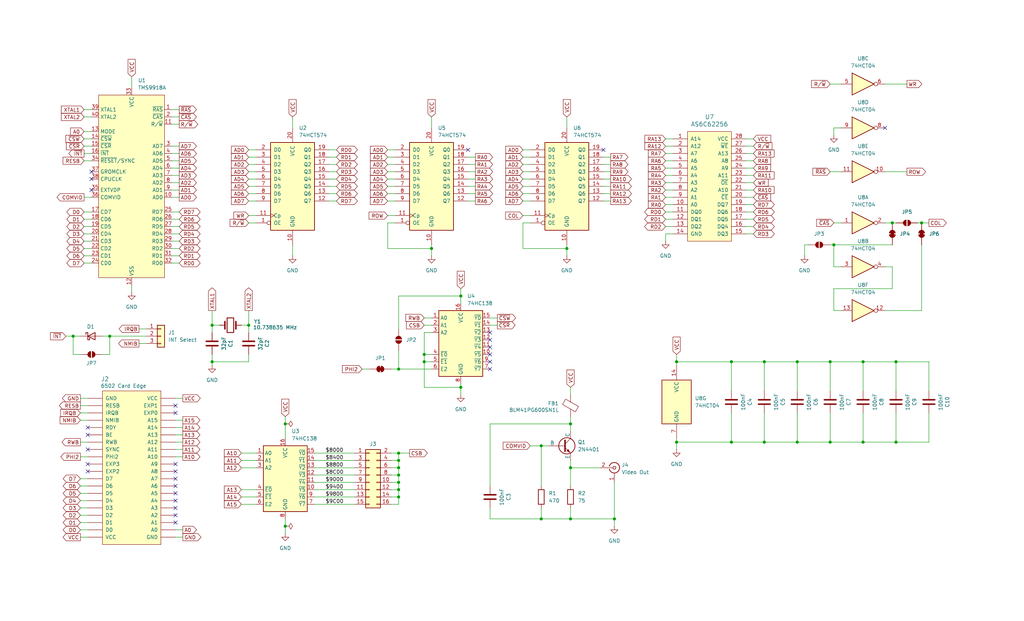
<source format=kicad_sch>
(kicad_sch (version 20250114) (generator "eeschema") (generator_version "9.0")
  (paper "USLegal")
  (title_block (title "6502 Video Card") (date "2024-07-08") (rev "1.0") (company "A.C. Wright Design"))
  (junction (at 147.32 123.19))
  (junction (at 254 153.67))
  (junction (at 265.43 153.67))
  (junction (at 311.15 125.73))
  (junction (at 138.43 165.1))
  (junction (at 276.86 125.73))
  (junction (at 149.86 86.36))
  (junction (at 99.06 147.32))
  (junction (at 138.43 128.27))
  (junction (at 309.88 77.47))
  (junction (at 198.12 180.34))
  (junction (at 276.86 153.67))
  (junction (at 289.56 85.09))
  (junction (at 147.32 125.73))
  (junction (at 187.96 180.34))
  (junction (at 198.12 162.56))
  (junction (at 320.04 77.47))
  (junction (at 138.43 170.18))
  (junction (at 288.29 153.67))
  (junction (at 73.66 125.73))
  (junction (at 86.36 113.03))
  (junction (at 234.95 153.67))
  (junction (at 254 125.73))
  (junction (at 138.43 167.64))
  (junction (at 311.15 153.67))
  (junction (at 198.12 147.32))
  (junction (at 288.29 125.73))
  (junction (at 196.85 86.36))
  (junction (at 299.72 125.73))
  (junction (at 299.72 153.67))
  (junction (at 265.43 125.73))
  (junction (at 138.43 172.72))
  (junction (at 160.02 134.62))
  (junction (at 160.02 102.87))
  (junction (at 234.95 125.73))
  (junction (at 25.4 116.84))
  (junction (at 73.66 113.03))
  (junction (at 187.96 154.94))
  (junction (at 38.1 116.84))
  (junction (at 138.43 162.56))
  (junction (at 213.36 180.34))
  (junction (at 138.43 160.02))
  (junction (at 138.43 157.48))
  (junction (at 99.06 182.88))
  (no_connect (at 31.75 59.69))
  (no_connect (at 60.96 179.07))
  (no_connect (at 162.56 52.07))
  (no_connect (at 170.18 118.11))
  (no_connect (at 60.96 163.83))
  (no_connect (at 30.48 163.83))
  (no_connect (at 30.48 151.13))
  (no_connect (at 30.48 148.59))
  (no_connect (at 60.96 166.37))
  (no_connect (at 60.96 173.99))
  (no_connect (at 60.96 168.91))
  (no_connect (at 31.75 66.04))
  (no_connect (at 170.18 120.65))
  (no_connect (at 30.48 156.21))
  (no_connect (at 307.34 44.45))
  (no_connect (at 170.18 125.73))
  (no_connect (at 60.96 181.61))
  (no_connect (at 60.96 176.53))
  (no_connect (at 170.18 123.19))
  (no_connect (at 170.18 115.57))
  (no_connect (at 30.48 161.29))
  (no_connect (at 209.55 52.07))
  (no_connect (at 60.96 143.51))
  (no_connect (at 60.96 140.97))
  (no_connect (at 170.18 128.27))
  (no_connect (at 60.96 171.45))
  (no_connect (at 31.75 62.23))
  (no_connect (at 60.96 161.29))
  (wire (pts (xy 134.62 74.93) (xy 137.16 74.93)))
  (wire (pts (xy 29.21 68.58) (xy 31.75 68.58)))
  (wire (pts (xy 307.34 77.47) (xy 309.88 77.47)))
  (wire (pts (xy 59.69 86.36) (xy 62.23 86.36)))
  (wire (pts (xy 162.56 67.31) (xy 165.1 67.31)))
  (wire (pts (xy 138.43 165.1) (xy 138.43 162.56)))
  (wire (pts (xy 209.55 59.69) (xy 212.09 59.69)))
  (wire (pts (xy 29.21 48.26) (xy 31.75 48.26)))
  (wire (pts (xy 59.69 66.04) (xy 62.23 66.04)))
  (wire (pts (xy 59.69 43.18) (xy 62.23 43.18)))
  (wire (pts (xy 109.22 175.26) (xy 123.19 175.26)))
  (wire (pts (xy 209.55 69.85) (xy 212.09 69.85)))
  (wire (pts (xy 114.3 67.31) (xy 116.84 67.31)))
  (wire (pts (xy 147.32 113.03) (xy 149.86 113.03)))
  (wire (pts (xy 231.14 68.58) (xy 233.68 68.58)))
  (wire (pts (xy 162.56 62.23) (xy 165.1 62.23)))
  (wire (pts (xy 149.86 40.64) (xy 149.86 44.45)))
  (wire (pts (xy 289.56 92.71) (xy 292.1 92.71)))
  (wire (pts (xy 59.69 53.34) (xy 62.23 53.34)))
  (wire (pts (xy 198.12 176.53) (xy 198.12 180.34)))
  (wire (pts (xy 276.86 153.67) (xy 265.43 153.67)))
  (wire (pts (xy 138.43 175.26) (xy 138.43 172.72)))
  (wire (pts (xy 83.82 160.02) (xy 88.9 160.02)))
  (wire (pts (xy 125.73 128.27) (xy 128.27 128.27)))
  (wire (pts (xy 149.86 86.36) (xy 149.86 88.9)))
  (wire (pts (xy 289.56 77.47) (xy 292.1 77.47)))
  (wire (pts (xy 160.02 102.87) (xy 160.02 105.41)))
  (wire (pts (xy 292.1 44.45) (xy 289.56 44.45)))
  (wire (pts (xy 27.94 184.15) (xy 30.48 184.15)))
  (wire (pts (xy 27.94 171.45) (xy 30.48 171.45)))
  (wire (pts (xy 101.6 40.64) (xy 101.6 44.45)))
  (wire (pts (xy 234.95 152.4) (xy 234.95 153.67)))
  (wire (pts (xy 322.58 143.51) (xy 322.58 153.67)))
  (wire (pts (xy 181.61 77.47) (xy 181.61 86.36)))
  (wire (pts (xy 86.36 113.03) (xy 86.36 115.57)))
  (wire (pts (xy 86.36 67.31) (xy 88.9 67.31)))
  (wire (pts (xy 60.96 153.67) (xy 63.5 153.67)))
  (wire (pts (xy 60.96 148.59) (xy 63.5 148.59)))
  (wire (pts (xy 138.43 128.27) (xy 149.86 128.27)))
  (wire (pts (xy 149.86 123.19) (xy 147.32 123.19)))
  (wire (pts (xy 289.56 107.95) (xy 292.1 107.95)))
  (wire (pts (xy 299.72 125.73) (xy 288.29 125.73)))
  (wire (pts (xy 279.4 85.09) (xy 279.4 88.9)))
  (wire (pts (xy 22.86 116.84) (xy 25.4 116.84)))
  (wire (pts (xy 288.29 125.73) (xy 288.29 135.89)))
  (wire (pts (xy 181.61 74.93) (xy 184.15 74.93)))
  (wire (pts (xy 311.15 143.51) (xy 311.15 153.67)))
  (wire (pts (xy 138.43 167.64) (xy 138.43 165.1)))
  (wire (pts (xy 160.02 100.33) (xy 160.02 102.87)))
  (wire (pts (xy 147.32 115.57) (xy 147.32 123.19)))
  (wire (pts (xy 29.21 45.72) (xy 31.75 45.72)))
  (wire (pts (xy 99.06 182.88) (xy 99.06 185.42)))
  (wire (pts (xy 309.88 92.71) (xy 309.88 100.33)))
  (wire (pts (xy 86.36 64.77) (xy 88.9 64.77)))
  (wire (pts (xy 134.62 59.69) (xy 137.16 59.69)))
  (wire (pts (xy 265.43 125.73) (xy 265.43 135.89)))
  (wire (pts (xy 299.72 153.67) (xy 311.15 153.67)))
  (wire (pts (xy 170.18 113.03) (xy 172.72 113.03)))
  (wire (pts (xy 59.69 63.5) (xy 62.23 63.5)))
  (wire (pts (xy 73.66 123.19) (xy 73.66 125.73)))
  (wire (pts (xy 162.56 54.61) (xy 165.1 54.61)))
  (wire (pts (xy 109.22 157.48) (xy 123.19 157.48)))
  (wire (pts (xy 73.66 107.95) (xy 73.66 113.03)))
  (wire (pts (xy 181.61 62.23) (xy 184.15 62.23)))
  (wire (pts (xy 109.22 160.02) (xy 123.19 160.02)))
  (wire (pts (xy 181.61 59.69) (xy 184.15 59.69)))
  (wire (pts (xy 209.55 57.15) (xy 212.09 57.15)))
  (wire (pts (xy 114.3 57.15) (xy 116.84 57.15)))
  (wire (pts (xy 138.43 170.18) (xy 138.43 167.64)))
  (wire (pts (xy 73.66 125.73) (xy 73.66 127)))
  (wire (pts (xy 187.96 154.94) (xy 187.96 168.91)))
  (wire (pts (xy 27.94 168.91) (xy 30.48 168.91)))
  (wire (pts (xy 209.55 62.23) (xy 212.09 62.23)))
  (wire (pts (xy 59.69 91.44) (xy 62.23 91.44)))
  (wire (pts (xy 29.21 73.66) (xy 31.75 73.66)))
  (wire (pts (xy 27.94 176.53) (xy 30.48 176.53)))
  (wire (pts (xy 259.08 63.5) (xy 261.62 63.5)))
  (wire (pts (xy 259.08 71.12) (xy 261.62 71.12)))
  (wire (pts (xy 134.62 86.36) (xy 149.86 86.36)))
  (wire (pts (xy 233.68 81.28) (xy 231.14 81.28)))
  (wire (pts (xy 138.43 157.48) (xy 142.24 157.48)))
  (wire (pts (xy 29.21 55.88) (xy 31.75 55.88)))
  (wire (pts (xy 198.12 134.62) (xy 198.12 137.16)))
  (wire (pts (xy 209.55 64.77) (xy 212.09 64.77)))
  (wire (pts (xy 184.15 77.47) (xy 181.61 77.47)))
  (wire (pts (xy 309.88 77.47) (xy 311.15 77.47)))
  (wire (pts (xy 59.69 40.64) (xy 62.23 40.64)))
  (wire (pts (xy 29.21 88.9) (xy 31.75 88.9)))
  (wire (pts (xy 254 153.67) (xy 234.95 153.67)))
  (wire (pts (xy 86.36 74.93) (xy 88.9 74.93)))
  (wire (pts (xy 234.95 125.73) (xy 234.95 127)))
  (wire (pts (xy 170.18 168.91) (xy 170.18 147.32)))
  (wire (pts (xy 109.22 167.64) (xy 123.19 167.64)))
  (wire (pts (xy 265.43 153.67) (xy 254 153.67)))
  (wire (pts (xy 198.12 180.34) (xy 213.36 180.34)))
  (wire (pts (xy 134.62 52.07) (xy 137.16 52.07)))
  (wire (pts (xy 27.94 173.99) (xy 30.48 173.99)))
  (wire (pts (xy 234.95 123.19) (xy 234.95 125.73)))
  (wire (pts (xy 59.69 58.42) (xy 62.23 58.42)))
  (wire (pts (xy 149.86 85.09) (xy 149.86 86.36)))
  (wire (pts (xy 114.3 64.77) (xy 116.84 64.77)))
  (wire (pts (xy 59.69 38.1) (xy 62.23 38.1)))
  (wire (pts (xy 29.21 78.74) (xy 31.75 78.74)))
  (wire (pts (xy 60.96 184.15) (xy 63.5 184.15)))
  (wire (pts (xy 254 125.73) (xy 234.95 125.73)))
  (wire (pts (xy 114.3 69.85) (xy 116.84 69.85)))
  (wire (pts (xy 73.66 113.03) (xy 73.66 115.57)))
  (wire (pts (xy 181.61 52.07) (xy 184.15 52.07)))
  (wire (pts (xy 231.14 63.5) (xy 233.68 63.5)))
  (wire (pts (xy 196.85 86.36) (xy 196.85 88.9)))
  (wire (pts (xy 259.08 66.04) (xy 261.62 66.04)))
  (wire (pts (xy 60.96 138.43) (xy 63.5 138.43)))
  (wire (pts (xy 86.36 125.73) (xy 86.36 123.19)))
  (wire (pts (xy 231.14 66.04) (xy 233.68 66.04)))
  (wire (pts (xy 147.32 125.73) (xy 147.32 134.62)))
  (wire (pts (xy 48.26 119.38) (xy 50.8 119.38)))
  (wire (pts (xy 138.43 162.56) (xy 138.43 160.02)))
  (wire (pts (xy 59.69 60.96) (xy 62.23 60.96)))
  (wire (pts (xy 27.94 138.43) (xy 30.48 138.43)))
  (wire (pts (xy 198.12 162.56) (xy 208.28 162.56)))
  (wire (pts (xy 27.94 143.51) (xy 30.48 143.51)))
  (wire (pts (xy 135.89 157.48) (xy 138.43 157.48)))
  (wire (pts (xy 45.72 99.06) (xy 45.72 101.6)))
  (wire (pts (xy 162.56 57.15) (xy 165.1 57.15)))
  (wire (pts (xy 27.94 140.97) (xy 30.48 140.97)))
  (wire (pts (xy 114.3 62.23) (xy 116.84 62.23)))
  (wire (pts (xy 86.36 57.15) (xy 88.9 57.15)))
  (wire (pts (xy 276.86 125.73) (xy 265.43 125.73)))
  (wire (pts (xy 137.16 77.47) (xy 134.62 77.47)))
  (wire (pts (xy 279.4 85.09) (xy 280.67 85.09)))
  (wire (pts (xy 99.06 147.32) (xy 99.06 144.78)))
  (wire (pts (xy 134.62 57.15) (xy 137.16 57.15)))
  (wire (pts (xy 134.62 62.23) (xy 137.16 62.23)))
  (wire (pts (xy 259.08 55.88) (xy 261.62 55.88)))
  (wire (pts (xy 288.29 29.21) (xy 292.1 29.21)))
  (wire (pts (xy 181.61 57.15) (xy 184.15 57.15)))
  (wire (pts (xy 259.08 81.28) (xy 261.62 81.28)))
  (wire (pts (xy 162.56 64.77) (xy 165.1 64.77)))
  (wire (pts (xy 27.94 186.69) (xy 30.48 186.69)))
  (wire (pts (xy 259.08 48.26) (xy 261.62 48.26)))
  (wire (pts (xy 59.69 76.2) (xy 62.23 76.2)))
  (wire (pts (xy 288.29 59.69) (xy 292.1 59.69)))
  (wire (pts (xy 60.96 186.69) (xy 63.5 186.69)))
  (wire (pts (xy 86.36 54.61) (xy 88.9 54.61)))
  (wire (pts (xy 29.21 76.2) (xy 31.75 76.2)))
  (wire (pts (xy 83.82 170.18) (xy 88.9 170.18)))
  (wire (pts (xy 170.18 147.32) (xy 198.12 147.32)))
  (wire (pts (xy 231.14 53.34) (xy 233.68 53.34)))
  (wire (pts (xy 73.66 125.73) (xy 86.36 125.73)))
  (wire (pts (xy 289.56 85.09) (xy 289.56 92.71)))
  (wire (pts (xy 213.36 180.34) (xy 213.36 182.88)))
  (wire (pts (xy 149.86 115.57) (xy 147.32 115.57)))
  (wire (pts (xy 29.21 50.8) (xy 31.75 50.8)))
  (wire (pts (xy 27.94 166.37) (xy 30.48 166.37)))
  (wire (pts (xy 299.72 153.67) (xy 288.29 153.67)))
  (wire (pts (xy 231.14 71.12) (xy 233.68 71.12)))
  (wire (pts (xy 318.77 77.47) (xy 320.04 77.47)))
  (wire (pts (xy 35.56 123.19) (xy 38.1 123.19)))
  (wire (pts (xy 309.88 100.33) (xy 289.56 100.33)))
  (wire (pts (xy 114.3 59.69) (xy 116.84 59.69)))
  (wire (pts (xy 288.29 85.09) (xy 289.56 85.09)))
  (wire (pts (xy 83.82 162.56) (xy 88.9 162.56)))
  (wire (pts (xy 231.14 48.26) (xy 233.68 48.26)))
  (wire (pts (xy 307.34 59.69) (xy 314.96 59.69)))
  (wire (pts (xy 60.96 146.05) (xy 63.5 146.05)))
  (wire (pts (xy 114.3 54.61) (xy 116.84 54.61)))
  (wire (pts (xy 198.12 144.78) (xy 198.12 147.32)))
  (wire (pts (xy 29.21 83.82) (xy 31.75 83.82)))
  (wire (pts (xy 27.94 153.67) (xy 30.48 153.67)))
  (wire (pts (xy 138.43 102.87) (xy 160.02 102.87)))
  (wire (pts (xy 27.94 181.61) (xy 30.48 181.61)))
  (wire (pts (xy 322.58 125.73) (xy 311.15 125.73)))
  (wire (pts (xy 138.43 160.02) (xy 135.89 160.02)))
  (wire (pts (xy 162.56 59.69) (xy 165.1 59.69)))
  (wire (pts (xy 181.61 69.85) (xy 184.15 69.85)))
  (wire (pts (xy 135.89 162.56) (xy 138.43 162.56)))
  (wire (pts (xy 83.82 175.26) (xy 88.9 175.26)))
  (wire (pts (xy 322.58 135.89) (xy 322.58 125.73)))
  (wire (pts (xy 265.43 125.73) (xy 254 125.73)))
  (wire (pts (xy 59.69 73.66) (xy 62.23 73.66)))
  (wire (pts (xy 25.4 116.84) (xy 27.94 116.84)))
  (wire (pts (xy 184.15 154.94) (xy 187.96 154.94)))
  (wire (pts (xy 60.96 156.21) (xy 63.5 156.21)))
  (wire (pts (xy 25.4 123.19) (xy 27.94 123.19)))
  (wire (pts (xy 38.1 116.84) (xy 35.56 116.84)))
  (wire (pts (xy 27.94 146.05) (xy 30.48 146.05)))
  (wire (pts (xy 99.06 180.34) (xy 99.06 182.88)))
  (wire (pts (xy 114.3 52.07) (xy 116.84 52.07)))
  (wire (pts (xy 109.22 162.56) (xy 123.19 162.56)))
  (wire (pts (xy 59.69 55.88) (xy 62.23 55.88)))
  (wire (pts (xy 170.18 110.49) (xy 172.72 110.49)))
  (wire (pts (xy 86.36 77.47) (xy 88.9 77.47)))
  (wire (pts (xy 138.43 160.02) (xy 138.43 157.48)))
  (wire (pts (xy 299.72 135.89) (xy 299.72 125.73)))
  (wire (pts (xy 259.08 60.96) (xy 261.62 60.96)))
  (wire (pts (xy 160.02 134.62) (xy 160.02 137.16)))
  (wire (pts (xy 83.82 157.48) (xy 88.9 157.48)))
  (wire (pts (xy 38.1 123.19) (xy 38.1 116.84)))
  (wire (pts (xy 187.96 176.53) (xy 187.96 180.34)))
  (wire (pts (xy 138.43 167.64) (xy 135.89 167.64)))
  (wire (pts (xy 109.22 165.1) (xy 123.19 165.1)))
  (wire (pts (xy 320.04 77.47) (xy 322.58 77.47)))
  (wire (pts (xy 265.43 143.51) (xy 265.43 153.67)))
  (wire (pts (xy 101.6 85.09) (xy 101.6 88.9)))
  (wire (pts (xy 259.08 53.34) (xy 261.62 53.34)))
  (wire (pts (xy 209.55 54.61) (xy 212.09 54.61)))
  (wire (pts (xy 45.72 26.67) (xy 45.72 30.48)))
  (wire (pts (xy 138.43 172.72) (xy 138.43 170.18)))
  (wire (pts (xy 99.06 147.32) (xy 99.06 152.4)))
  (wire (pts (xy 59.69 68.58) (xy 62.23 68.58)))
  (wire (pts (xy 307.34 92.71) (xy 309.88 92.71)))
  (wire (pts (xy 59.69 81.28) (xy 62.23 81.28)))
  (wire (pts (xy 25.4 116.84) (xy 25.4 123.19)))
  (wire (pts (xy 307.34 29.21) (xy 314.96 29.21)))
  (wire (pts (xy 29.21 53.34) (xy 31.75 53.34)))
  (wire (pts (xy 181.61 67.31) (xy 184.15 67.31)))
  (wire (pts (xy 29.21 81.28) (xy 31.75 81.28)))
  (wire (pts (xy 147.32 123.19) (xy 147.32 125.73)))
  (wire (pts (xy 254 125.73) (xy 254 135.89)))
  (wire (pts (xy 134.62 64.77) (xy 137.16 64.77)))
  (wire (pts (xy 83.82 172.72) (xy 88.9 172.72)))
  (wire (pts (xy 162.56 69.85) (xy 165.1 69.85)))
  (wire (pts (xy 322.58 153.67) (xy 311.15 153.67)))
  (wire (pts (xy 198.12 160.02) (xy 198.12 162.56)))
  (wire (pts (xy 276.86 125.73) (xy 276.86 135.89)))
  (wire (pts (xy 289.56 44.45) (xy 289.56 46.99)))
  (wire (pts (xy 181.61 64.77) (xy 184.15 64.77)))
  (wire (pts (xy 231.14 78.74) (xy 233.68 78.74)))
  (wire (pts (xy 134.62 67.31) (xy 137.16 67.31)))
  (wire (pts (xy 109.22 170.18) (xy 123.19 170.18)))
  (wire (pts (xy 138.43 172.72) (xy 135.89 172.72)))
  (wire (pts (xy 86.36 59.69) (xy 88.9 59.69)))
  (wire (pts (xy 138.43 170.18) (xy 135.89 170.18)))
  (wire (pts (xy 60.96 151.13) (xy 63.5 151.13)))
  (wire (pts (xy 299.72 143.51) (xy 299.72 153.67)))
  (wire (pts (xy 170.18 176.53) (xy 170.18 180.34)))
  (wire (pts (xy 254 143.51) (xy 254 153.67)))
  (wire (pts (xy 76.2 113.03) (xy 73.66 113.03)))
  (wire (pts (xy 307.34 107.95) (xy 320.04 107.95)))
  (wire (pts (xy 135.89 128.27) (xy 138.43 128.27)))
  (wire (pts (xy 86.36 52.07) (xy 88.9 52.07)))
  (wire (pts (xy 134.62 69.85) (xy 137.16 69.85)))
  (wire (pts (xy 59.69 88.9) (xy 62.23 88.9)))
  (wire (pts (xy 231.14 81.28) (xy 231.14 83.82)))
  (wire (pts (xy 29.21 91.44) (xy 31.75 91.44)))
  (wire (pts (xy 59.69 78.74) (xy 62.23 78.74)))
  (wire (pts (xy 138.43 114.3) (xy 138.43 102.87)))
  (wire (pts (xy 198.12 162.56) (xy 198.12 168.91)))
  (wire (pts (xy 147.32 110.49) (xy 149.86 110.49)))
  (wire (pts (xy 231.14 50.8) (xy 233.68 50.8)))
  (wire (pts (xy 231.14 60.96) (xy 233.68 60.96)))
  (wire (pts (xy 320.04 85.09) (xy 320.04 107.95)))
  (wire (pts (xy 29.21 38.1) (xy 31.75 38.1)))
  (wire (pts (xy 138.43 121.92) (xy 138.43 128.27)))
  (wire (pts (xy 196.85 85.09) (xy 196.85 86.36)))
  (wire (pts (xy 276.86 143.51) (xy 276.86 153.67)))
  (wire (pts (xy 38.1 116.84) (xy 50.8 116.84)))
  (wire (pts (xy 27.94 158.75) (xy 30.48 158.75)))
  (wire (pts (xy 231.14 58.42) (xy 233.68 58.42)))
  (wire (pts (xy 259.08 78.74) (xy 261.62 78.74)))
  (wire (pts (xy 288.29 143.51) (xy 288.29 153.67)))
  (wire (pts (xy 288.29 153.67) (xy 276.86 153.67)))
  (wire (pts (xy 29.21 86.36) (xy 31.75 86.36)))
  (wire (pts (xy 138.43 165.1) (xy 135.89 165.1)))
  (wire (pts (xy 234.95 153.67) (xy 234.95 156.21)))
  (wire (pts (xy 209.55 67.31) (xy 212.09 67.31)))
  (wire (pts (xy 86.36 62.23) (xy 88.9 62.23)))
  (wire (pts (xy 86.36 107.95) (xy 86.36 113.03)))
  (wire (pts (xy 147.32 134.62) (xy 160.02 134.62)))
  (wire (pts (xy 259.08 50.8) (xy 261.62 50.8)))
  (wire (pts (xy 60.96 158.75) (xy 63.5 158.75)))
  (wire (pts (xy 134.62 54.61) (xy 137.16 54.61)))
  (wire (pts (xy 190.5 154.94) (xy 187.96 154.94)))
  (wire (pts (xy 48.26 114.3) (xy 50.8 114.3)))
  (wire (pts (xy 259.08 68.58) (xy 261.62 68.58)))
  (wire (pts (xy 289.56 100.33) (xy 289.56 107.95)))
  (wire (pts (xy 198.12 147.32) (xy 198.12 149.86)))
  (wire (pts (xy 231.14 55.88) (xy 233.68 55.88)))
  (wire (pts (xy 59.69 83.82) (xy 62.23 83.82)))
  (wire (pts (xy 135.89 175.26) (xy 138.43 175.26)))
  (wire (pts (xy 147.32 125.73) (xy 149.86 125.73)))
  (wire (pts (xy 311.15 125.73) (xy 311.15 135.89)))
  (wire (pts (xy 27.94 179.07) (xy 30.48 179.07)))
  (wire (pts (xy 259.08 73.66) (xy 261.62 73.66)))
  (wire (pts (xy 299.72 125.73) (xy 311.15 125.73)))
  (wire (pts (xy 213.36 167.64) (xy 213.36 180.34)))
  (wire (pts (xy 109.22 172.72) (xy 123.19 172.72)))
  (wire (pts (xy 259.08 58.42) (xy 261.62 58.42)))
  (wire (pts (xy 259.08 76.2) (xy 261.62 76.2)))
  (wire (pts (xy 86.36 69.85) (xy 88.9 69.85)))
  (wire (pts (xy 83.82 113.03) (xy 86.36 113.03)))
  (wire (pts (xy 231.14 73.66) (xy 233.68 73.66)))
  (wire (pts (xy 134.62 77.47) (xy 134.62 86.36)))
  (wire (pts (xy 187.96 180.34) (xy 198.12 180.34)))
  (wire (pts (xy 196.85 40.64) (xy 196.85 44.45)))
  (wire (pts (xy 181.61 54.61) (xy 184.15 54.61)))
  (wire (pts (xy 160.02 133.35) (xy 160.02 134.62)))
  (wire (pts (xy 59.69 50.8) (xy 62.23 50.8)))
  (wire (pts (xy 29.21 40.64) (xy 31.75 40.64)))
  (wire (pts (xy 181.61 86.36) (xy 196.85 86.36)))
  (wire (pts (xy 289.56 85.09) (xy 309.88 85.09)))
  (wire (pts (xy 170.18 180.34) (xy 187.96 180.34)))
  (wire (pts (xy 231.14 76.2) (xy 233.68 76.2)))
  (wire (pts (xy 288.29 125.73) (xy 276.86 125.73)))
  (label "$8400" (at 113.03 160.02 0))
  (label "$9C00" (at 113.03 175.26 0))
  (label "$9000" (at 113.03 167.64 0))
  (label "$8800" (at 113.03 162.56 0))
  (label "$8000" (at 113.03 157.48 0))
  (label "$9400" (at 113.03 170.18 0))
  (label "$9800" (at 113.03 172.72 0))
  (label "$8C00" (at 113.03 165.1 0))
  (global_label "AD4" (shape input) (at 86.36 62.23 180) (property "Intersheetrefs" "${INTERSHEET_REFS}" (effects (hide yes))))
  (global_label "D5" (shape bidirectional) (at 27.94 171.45 180) (property "Intersheetrefs" "${INTERSHEET_REFS}" (effects (hide yes))))
  (global_label "RA10" (shape input) (at 261.62 66.04 0) (property "Intersheetrefs" "${INTERSHEET_REFS}" (effects (hide yes))))
  (global_label "RD4" (shape bidirectional) (at 62.23 81.28 0) (property "Intersheetrefs" "${INTERSHEET_REFS}" (effects (hide yes))))
  (global_label "AD2" (shape input) (at 86.36 57.15 180) (property "Intersheetrefs" "${INTERSHEET_REFS}" (effects (hide yes))))
  (global_label "WR" (shape output) (at 314.96 29.21 0) (property "Intersheetrefs" "${INTERSHEET_REFS}" (effects (hide yes))))
  (global_label "IRQB" (shape input) (at 27.94 143.51 180) (property "Intersheetrefs" "${INTERSHEET_REFS}" (effects (hide yes))))
  (global_label "A11" (shape input) (at 83.82 160.02 180) (property "Intersheetrefs" "${INTERSHEET_REFS}" (effects (hide yes))))
  (global_label "COMVID" (shape output) (at 29.21 68.58 180) (property "Intersheetrefs" "${INTERSHEET_REFS}" (effects (hide yes))))
  (global_label "COMVID" (shape input) (at 184.15 154.94 180) (property "Intersheetrefs" "${INTERSHEET_REFS}" (effects (hide yes))))
  (global_label "AD1" (shape input) (at 86.36 54.61 180) (property "Intersheetrefs" "${INTERSHEET_REFS}" (effects (hide yes))))
  (global_label "AD2" (shape output) (at 62.23 63.5 0) (property "Intersheetrefs" "${INTERSHEET_REFS}" (effects (hide yes))))
  (global_label "AD7" (shape output) (at 62.23 50.8 0) (property "Intersheetrefs" "${INTERSHEET_REFS}" (effects (hide yes))))
  (global_label "WR" (shape input) (at 261.62 63.5 0) (property "Intersheetrefs" "${INTERSHEET_REFS}" (effects (hide yes))))
  (global_label "RD2" (shape bidirectional) (at 116.84 57.15 0) (property "Intersheetrefs" "${INTERSHEET_REFS}" (effects (hide yes))))
  (global_label "RA8" (shape output) (at 212.09 57.15 0) (property "Intersheetrefs" "${INTERSHEET_REFS}" (effects (hide yes))))
  (global_label "AD3" (shape input) (at 181.61 59.69 180) (property "Intersheetrefs" "${INTERSHEET_REFS}" (effects (hide yes))))
  (global_label "RD7" (shape bidirectional) (at 62.23 73.66 0) (property "Intersheetrefs" "${INTERSHEET_REFS}" (effects (hide yes))))
  (global_label "VCC" (shape input) (at 198.12 134.62 90) (property "Intersheetrefs" "${INTERSHEET_REFS}" (effects (hide yes))))
  (global_label "VCC" (shape input) (at 261.62 48.26 0) (property "Intersheetrefs" "${INTERSHEET_REFS}" (effects (hide yes))))
  (global_label "A13" (shape output) (at 63.5 151.13 0) (property "Intersheetrefs" "${INTERSHEET_REFS}" (effects (hide yes))))
  (global_label "VCC" (shape input) (at 99.06 144.78 90) (property "Intersheetrefs" "${INTERSHEET_REFS}" (effects (hide yes))))
  (global_label "A12" (shape input) (at 83.82 162.56 180) (property "Intersheetrefs" "${INTERSHEET_REFS}" (effects (hide yes))))
  (global_label "NMIB" (shape output) (at 48.26 119.38 180) (property "Intersheetrefs" "${INTERSHEET_REFS}" (effects (hide yes))))
  (global_label "RD3" (shape bidirectional) (at 62.23 83.82 0) (property "Intersheetrefs" "${INTERSHEET_REFS}" (effects (hide yes))))
  (global_label "AD2" (shape input) (at 181.61 57.15 180) (property "Intersheetrefs" "${INTERSHEET_REFS}" (effects (hide yes))))
  (global_label "RA12" (shape input) (at 231.14 50.8 180) (property "Intersheetrefs" "${INTERSHEET_REFS}" (effects (hide yes))))
  (global_label "A13" (shape input) (at 83.82 170.18 180) (property "Intersheetrefs" "${INTERSHEET_REFS}" (effects (hide yes))))
  (global_label "RA8" (shape input) (at 261.62 55.88 0) (property "Intersheetrefs" "${INTERSHEET_REFS}" (effects (hide yes))))
  (global_label "AD4" (shape input) (at 181.61 62.23 180) (property "Intersheetrefs" "${INTERSHEET_REFS}" (effects (hide yes))))
  (global_label "RD2" (shape bidirectional) (at 231.14 78.74 180) (property "Intersheetrefs" "${INTERSHEET_REFS}" (effects (hide yes))))
  (global_label "VCC" (shape input) (at 196.85 40.64 90) (property "Intersheetrefs" "${INTERSHEET_REFS}" (effects (hide yes))))
  (global_label "~{CAS}" (shape input) (at 261.62 68.58 0) (property "Intersheetrefs" "${INTERSHEET_REFS}" (effects (hide yes))))
  (global_label "RWB" (shape input) (at 147.32 110.49 180) (property "Intersheetrefs" "${INTERSHEET_REFS}" (effects (hide yes))))
  (global_label "XTAL2" (shape input) (at 29.21 40.64 180) (property "Intersheetrefs" "${INTERSHEET_REFS}" (effects (hide yes))))
  (global_label "WR" (shape input) (at 86.36 74.93 180) (property "Intersheetrefs" "${INTERSHEET_REFS}" (effects (hide yes))))
  (global_label "R{slash}~{W}" (shape output) (at 62.23 43.18 0) (property "Intersheetrefs" "${INTERSHEET_REFS}" (effects (hide yes))))
  (global_label "AD1" (shape output) (at 62.23 66.04 0) (property "Intersheetrefs" "${INTERSHEET_REFS}" (effects (hide yes))))
  (global_label "VCC" (shape input) (at 45.72 26.67 90) (property "Intersheetrefs" "${INTERSHEET_REFS}" (effects (hide yes))))
  (global_label "ROW" (shape output) (at 314.96 59.69 0) (property "Intersheetrefs" "${INTERSHEET_REFS}" (effects (hide yes))))
  (global_label "~{CAS}" (shape output) (at 62.23 40.64 0) (property "Intersheetrefs" "${INTERSHEET_REFS}" (effects (hide yes))))
  (global_label "~{CSW}" (shape output) (at 172.72 110.49 0) (property "Intersheetrefs" "${INTERSHEET_REFS}" (effects (hide yes))))
  (global_label "D1" (shape bidirectional) (at 27.94 181.61 180) (property "Intersheetrefs" "${INTERSHEET_REFS}" (effects (hide yes))))
  (global_label "ROW" (shape input) (at 134.62 74.93 180) (property "Intersheetrefs" "${INTERSHEET_REFS}" (effects (hide yes))))
  (global_label "D3" (shape bidirectional) (at 29.21 81.28 180) (property "Intersheetrefs" "${INTERSHEET_REFS}" (effects (hide yes))))
  (global_label "RD7" (shape bidirectional) (at 116.84 69.85 0) (property "Intersheetrefs" "${INTERSHEET_REFS}" (effects (hide yes))))
  (global_label "VCC" (shape input) (at 234.95 123.19 90) (property "Intersheetrefs" "${INTERSHEET_REFS}" (effects (hide yes))))
  (global_label "R{slash}~{W}" (shape input) (at 261.62 50.8 0) (property "Intersheetrefs" "${INTERSHEET_REFS}" (effects (hide yes))))
  (global_label "AD5" (shape input) (at 86.36 64.77 180) (property "Intersheetrefs" "${INTERSHEET_REFS}" (effects (hide yes))))
  (global_label "RA4" (shape output) (at 165.1 64.77 0) (property "Intersheetrefs" "${INTERSHEET_REFS}" (effects (hide yes))))
  (global_label "RD2" (shape bidirectional) (at 62.23 86.36 0) (property "Intersheetrefs" "${INTERSHEET_REFS}" (effects (hide yes))))
  (global_label "AD5" (shape input) (at 181.61 64.77 180) (property "Intersheetrefs" "${INTERSHEET_REFS}" (effects (hide yes))))
  (global_label "A15" (shape output) (at 63.5 146.05 0) (property "Intersheetrefs" "${INTERSHEET_REFS}" (effects (hide yes))))
  (global_label "RD5" (shape bidirectional) (at 116.84 64.77 0) (property "Intersheetrefs" "${INTERSHEET_REFS}" (effects (hide yes))))
  (global_label "RA13" (shape input) (at 261.62 53.34 0) (property "Intersheetrefs" "${INTERSHEET_REFS}" (effects (hide yes))))
  (global_label "VCC" (shape output) (at 27.94 186.69 180) (property "Intersheetrefs" "${INTERSHEET_REFS}" (effects (hide yes))))
  (global_label "A14" (shape output) (at 63.5 148.59 0) (property "Intersheetrefs" "${INTERSHEET_REFS}" (effects (hide yes))))
  (global_label "D3" (shape bidirectional) (at 27.94 176.53 180) (property "Intersheetrefs" "${INTERSHEET_REFS}" (effects (hide yes))))
  (global_label "AD0" (shape output) (at 62.23 68.58 0) (property "Intersheetrefs" "${INTERSHEET_REFS}" (effects (hide yes))))
  (global_label "AD5" (shape input) (at 134.62 64.77 180) (property "Intersheetrefs" "${INTERSHEET_REFS}" (effects (hide yes))))
  (global_label "A14" (shape input) (at 83.82 172.72 180) (property "Intersheetrefs" "${INTERSHEET_REFS}" (effects (hide yes))))
  (global_label "D6" (shape bidirectional) (at 29.21 88.9 180) (property "Intersheetrefs" "${INTERSHEET_REFS}" (effects (hide yes))))
  (global_label "AD6" (shape input) (at 134.62 67.31 180) (property "Intersheetrefs" "${INTERSHEET_REFS}" (effects (hide yes))))
  (global_label "GND" (shape output) (at 63.5 186.69 0) (property "Intersheetrefs" "${INTERSHEET_REFS}" (effects (hide yes))))
  (global_label "RA6" (shape input) (at 231.14 55.88 180) (property "Intersheetrefs" "${INTERSHEET_REFS}" (effects (hide yes))))
  (global_label "AD1" (shape input) (at 181.61 54.61 180) (property "Intersheetrefs" "${INTERSHEET_REFS}" (effects (hide yes))))
  (global_label "AD2" (shape input) (at 134.62 57.15 180) (property "Intersheetrefs" "${INTERSHEET_REFS}" (effects (hide yes))))
  (global_label "A10" (shape input) (at 83.82 157.48 180) (property "Intersheetrefs" "${INTERSHEET_REFS}" (effects (hide yes))))
  (global_label "D0" (shape bidirectional) (at 29.21 73.66 180) (property "Intersheetrefs" "${INTERSHEET_REFS}" (effects (hide yes))))
  (global_label "AD0" (shape input) (at 86.36 52.07 180) (property "Intersheetrefs" "${INTERSHEET_REFS}" (effects (hide yes))))
  (global_label "RD1" (shape bidirectional) (at 231.14 76.2 180) (property "Intersheetrefs" "${INTERSHEET_REFS}" (effects (hide yes))))
  (global_label "RD7" (shape bidirectional) (at 261.62 71.12 0) (property "Intersheetrefs" "${INTERSHEET_REFS}" (effects (hide yes))))
  (global_label "AD6" (shape input) (at 181.61 67.31 180) (property "Intersheetrefs" "${INTERSHEET_REFS}" (effects (hide yes))))
  (global_label "RD0" (shape bidirectional) (at 116.84 52.07 0) (property "Intersheetrefs" "${INTERSHEET_REFS}" (effects (hide yes))))
  (global_label "~{CSR}" (shape output) (at 172.72 113.03 0) (property "Intersheetrefs" "${INTERSHEET_REFS}" (effects (hide yes))))
  (global_label "RD6" (shape bidirectional) (at 62.23 76.2 0) (property "Intersheetrefs" "${INTERSHEET_REFS}" (effects (hide yes))))
  (global_label "IRQB" (shape output) (at 48.26 114.3 180) (property "Intersheetrefs" "${INTERSHEET_REFS}" (effects (hide yes))))
  (global_label "RWB" (shape output) (at 27.94 153.67 180) (property "Intersheetrefs" "${INTERSHEET_REFS}" (effects (hide yes))))
  (global_label "D1" (shape bidirectional) (at 29.21 76.2 180) (property "Intersheetrefs" "${INTERSHEET_REFS}" (effects (hide yes))))
  (global_label "PHI2" (shape output) (at 27.94 158.75 180) (property "Intersheetrefs" "${INTERSHEET_REFS}" (effects (hide yes))))
  (global_label "RA0" (shape output) (at 165.1 54.61 0) (property "Intersheetrefs" "${INTERSHEET_REFS}" (effects (hide yes))))
  (global_label "RA0" (shape input) (at 231.14 71.12 180) (property "Intersheetrefs" "${INTERSHEET_REFS}" (effects (hide yes))))
  (global_label "RA7" (shape output) (at 212.09 54.61 0) (property "Intersheetrefs" "${INTERSHEET_REFS}" (effects (hide yes))))
  (global_label "D7" (shape bidirectional) (at 29.21 91.44 180) (property "Intersheetrefs" "${INTERSHEET_REFS}" (effects (hide yes))))
  (global_label "RA13" (shape input) (at 231.14 48.26 180) (property "Intersheetrefs" "${INTERSHEET_REFS}" (effects (hide yes))))
  (global_label "AD5" (shape output) (at 62.23 55.88 0) (property "Intersheetrefs" "${INTERSHEET_REFS}" (effects (hide yes))))
  (global_label "RD5" (shape bidirectional) (at 62.23 78.74 0) (property "Intersheetrefs" "${INTERSHEET_REFS}" (effects (hide yes))))
  (global_label "D2" (shape bidirectional) (at 27.94 179.07 180) (property "Intersheetrefs" "${INTERSHEET_REFS}" (effects (hide yes))))
  (global_label "A0" (shape input) (at 29.21 45.72 180) (property "Intersheetrefs" "${INTERSHEET_REFS}" (effects (hide yes))))
  (global_label "RA5" (shape output) (at 165.1 67.31 0) (property "Intersheetrefs" "${INTERSHEET_REFS}" (effects (hide yes))))
  (global_label "A0" (shape output) (at 63.5 184.15 0) (property "Intersheetrefs" "${INTERSHEET_REFS}" (effects (hide yes))))
  (global_label "D2" (shape bidirectional) (at 29.21 78.74 180) (property "Intersheetrefs" "${INTERSHEET_REFS}" (effects (hide yes))))
  (global_label "RA1" (shape output) (at 165.1 57.15 0) (property "Intersheetrefs" "${INTERSHEET_REFS}" (effects (hide yes))))
  (global_label "CSB" (shape input) (at 147.32 113.03 180) (property "Intersheetrefs" "${INTERSHEET_REFS}" (effects (hide yes))))
  (global_label "RD3" (shape bidirectional) (at 116.84 59.69 0) (property "Intersheetrefs" "${INTERSHEET_REFS}" (effects (hide yes))))
  (global_label "D7" (shape bidirectional) (at 27.94 166.37 180) (property "Intersheetrefs" "${INTERSHEET_REFS}" (effects (hide yes))))
  (global_label "RD6" (shape bidirectional) (at 261.62 73.66 0) (property "Intersheetrefs" "${INTERSHEET_REFS}" (effects (hide yes))))
  (global_label "RD0" (shape bidirectional) (at 62.23 91.44 0) (property "Intersheetrefs" "${INTERSHEET_REFS}" (effects (hide yes))))
  (global_label "RA2" (shape output) (at 165.1 59.69 0) (property "Intersheetrefs" "${INTERSHEET_REFS}" (effects (hide yes))))
  (global_label "RA3" (shape input) (at 231.14 63.5 180) (property "Intersheetrefs" "${INTERSHEET_REFS}" (effects (hide yes))))
  (global_label "COL" (shape output) (at 322.58 77.47 0) (property "Intersheetrefs" "${INTERSHEET_REFS}" (effects (hide yes))))
  (global_label "RD0" (shape bidirectional) (at 231.14 73.66 180) (property "Intersheetrefs" "${INTERSHEET_REFS}" (effects (hide yes))))
  (global_label "AD7" (shape input) (at 134.62 69.85 180) (property "Intersheetrefs" "${INTERSHEET_REFS}" (effects (hide yes))))
  (global_label "RD4" (shape bidirectional) (at 261.62 78.74 0) (property "Intersheetrefs" "${INTERSHEET_REFS}" (effects (hide yes))))
  (global_label "VCC" (shape input) (at 149.86 40.64 90) (property "Intersheetrefs" "${INTERSHEET_REFS}" (effects (hide yes))))
  (global_label "AD0" (shape input) (at 181.61 52.07 180) (property "Intersheetrefs" "${INTERSHEET_REFS}" (effects (hide yes))))
  (global_label "RA9" (shape output) (at 212.09 59.69 0) (property "Intersheetrefs" "${INTERSHEET_REFS}" (effects (hide yes))))
  (global_label "D6" (shape bidirectional) (at 27.94 168.91 180) (property "Intersheetrefs" "${INTERSHEET_REFS}" (effects (hide yes))))
  (global_label "RA9" (shape input) (at 261.62 58.42 0) (property "Intersheetrefs" "${INTERSHEET_REFS}" (effects (hide yes))))
  (global_label "RA3" (shape output) (at 165.1 62.23 0) (property "Intersheetrefs" "${INTERSHEET_REFS}" (effects (hide yes))))
  (global_label "CSB" (shape output) (at 142.24 157.48 0) (property "Intersheetrefs" "${INTERSHEET_REFS}" (effects (hide yes))))
  (global_label "XTAL1" (shape output) (at 73.66 107.95 90) (property "Intersheetrefs" "${INTERSHEET_REFS}" (effects (hide yes))))
  (global_label "AD7" (shape input) (at 181.61 69.85 180) (property "Intersheetrefs" "${INTERSHEET_REFS}" (effects (hide yes))))
  (global_label "RA4" (shape input) (at 231.14 60.96 180) (property "Intersheetrefs" "${INTERSHEET_REFS}" (effects (hide yes))))
  (global_label "XTAL1" (shape input) (at 29.21 38.1 180) (property "Intersheetrefs" "${INTERSHEET_REFS}" (effects (hide yes))))
  (global_label "AD1" (shape input) (at 134.62 54.61 180) (property "Intersheetrefs" "${INTERSHEET_REFS}" (effects (hide yes))))
  (global_label "RA2" (shape input) (at 231.14 66.04 180) (property "Intersheetrefs" "${INTERSHEET_REFS}" (effects (hide yes))))
  (global_label "RESB" (shape input) (at 29.21 55.88 180) (property "Intersheetrefs" "${INTERSHEET_REFS}" (effects (hide yes))))
  (global_label "D4" (shape bidirectional) (at 27.94 173.99 180) (property "Intersheetrefs" "${INTERSHEET_REFS}" (effects (hide yes))))
  (global_label "RD1" (shape bidirectional) (at 62.23 88.9 0) (property "Intersheetrefs" "${INTERSHEET_REFS}" (effects (hide yes))))
  (global_label "RESB" (shape output) (at 27.94 140.97 180) (property "Intersheetrefs" "${INTERSHEET_REFS}" (effects (hide yes))))
  (global_label "RA7" (shape input) (at 231.14 53.34 180) (property "Intersheetrefs" "${INTERSHEET_REFS}" (effects (hide yes))))
  (global_label "RD5" (shape bidirectional) (at 261.62 76.2 0) (property "Intersheetrefs" "${INTERSHEET_REFS}" (effects (hide yes))))
  (global_label "RD6" (shape bidirectional) (at 116.84 67.31 0) (property "Intersheetrefs" "${INTERSHEET_REFS}" (effects (hide yes))))
  (global_label "D5" (shape bidirectional) (at 29.21 86.36 180) (property "Intersheetrefs" "${INTERSHEET_REFS}" (effects (hide yes))))
  (global_label "RA12" (shape output) (at 212.09 67.31 0) (property "Intersheetrefs" "${INTERSHEET_REFS}" (effects (hide yes))))
  (global_label "COL" (shape input) (at 181.61 74.93 180) (property "Intersheetrefs" "${INTERSHEET_REFS}" (effects (hide yes))))
  (global_label "RA11" (shape input) (at 261.62 60.96 0) (property "Intersheetrefs" "${INTERSHEET_REFS}" (effects (hide yes))))
  (global_label "RA5" (shape input) (at 231.14 58.42 180) (property "Intersheetrefs" "${INTERSHEET_REFS}" (effects (hide yes))))
  (global_label "AD4" (shape input) (at 134.62 62.23 180) (property "Intersheetrefs" "${INTERSHEET_REFS}" (effects (hide yes))))
  (global_label "AD3" (shape output) (at 62.23 60.96 0) (property "Intersheetrefs" "${INTERSHEET_REFS}" (effects (hide yes))))
  (global_label "XTAL2" (shape output) (at 86.36 107.95 90) (property "Intersheetrefs" "${INTERSHEET_REFS}" (effects (hide yes))))
  (global_label "AD6" (shape input) (at 86.36 67.31 180) (property "Intersheetrefs" "${INTERSHEET_REFS}" (effects (hide yes))))
  (global_label "RA10" (shape output) (at 212.09 62.23 0) (property "Intersheetrefs" "${INTERSHEET_REFS}" (effects (hide yes))))
  (global_label "RD4" (shape bidirectional) (at 116.84 62.23 0) (property "Intersheetrefs" "${INTERSHEET_REFS}" (effects (hide yes))))
  (global_label "AD7" (shape input) (at 86.36 69.85 180) (property "Intersheetrefs" "${INTERSHEET_REFS}" (effects (hide yes))))
  (global_label "AD6" (shape output) (at 62.23 53.34 0) (property "Intersheetrefs" "${INTERSHEET_REFS}" (effects (hide yes))))
  (global_label "~{INT}" (shape input) (at 22.86 116.84 180) (property "Intersheetrefs" "${INTERSHEET_REFS}" (effects (hide yes))))
  (global_label "~{CAS}" (shape input) (at 289.56 77.47 180) (property "Intersheetrefs" "${INTERSHEET_REFS}" (effects (hide yes))))
  (global_label "A10" (shape output) (at 63.5 158.75 0) (property "Intersheetrefs" "${INTERSHEET_REFS}" (effects (hide yes))))
  (global_label "~{CSR}" (shape input) (at 29.21 50.8 180) (property "Intersheetrefs" "${INTERSHEET_REFS}" (effects (hide yes))))
  (global_label "RA13" (shape output) (at 212.09 69.85 0) (property "Intersheetrefs" "${INTERSHEET_REFS}" (effects (hide yes))))
  (global_label "PHI2" (shape input) (at 125.73 128.27 180) (property "Intersheetrefs" "${INTERSHEET_REFS}" (effects (hide yes))))
  (global_label "RA1" (shape input) (at 231.14 68.58 180) (property "Intersheetrefs" "${INTERSHEET_REFS}" (effects (hide yes))))
  (global_label "AD0" (shape input) (at 134.62 52.07 180) (property "Intersheetrefs" "${INTERSHEET_REFS}" (effects (hide yes))))
  (global_label "R{slash}~{W}" (shape input) (at 86.36 77.47 180) (property "Intersheetrefs" "${INTERSHEET_REFS}" (effects (hide yes))))
  (global_label "NMIB" (shape input) (at 27.94 146.05 180) (property "Intersheetrefs" "${INTERSHEET_REFS}" (effects (hide yes))))
  (global_label "GND" (shape output) (at 27.94 138.43 180) (property "Intersheetrefs" "${INTERSHEET_REFS}" (effects (hide yes))))
  (global_label "A15" (shape input) (at 83.82 175.26 180) (property "Intersheetrefs" "${INTERSHEET_REFS}" (effects (hide yes))))
  (global_label "VCC" (shape output) (at 63.5 138.43 0) (property "Intersheetrefs" "${INTERSHEET_REFS}" (effects (hide yes))))
  (global_label "A12" (shape output) (at 63.5 153.67 0) (property "Intersheetrefs" "${INTERSHEET_REFS}" (effects (hide yes))))
  (global_label "AD3" (shape input) (at 86.36 59.69 180) (property "Intersheetrefs" "${INTERSHEET_REFS}" (effects (hide yes))))
  (global_label "AD3" (shape input) (at 134.62 59.69 180) (property "Intersheetrefs" "${INTERSHEET_REFS}" (effects (hide yes))))
  (global_label "VCC" (shape input) (at 101.6 40.64 90) (property "Intersheetrefs" "${INTERSHEET_REFS}" (effects (hide yes))))
  (global_label "RD1" (shape bidirectional) (at 116.84 54.61 0) (property "Intersheetrefs" "${INTERSHEET_REFS}" (effects (hide yes))))
  (global_label "RA11" (shape output) (at 212.09 64.77 0) (property "Intersheetrefs" "${INTERSHEET_REFS}" (effects (hide yes))))
  (global_label "VCC" (shape input) (at 160.02 100.33 90) (property "Intersheetrefs" "${INTERSHEET_REFS}" (effects (hide yes))))
  (global_label "~{INT}" (shape output) (at 29.21 53.34 180) (property "Intersheetrefs" "${INTERSHEET_REFS}" (effects (hide yes))))
  (global_label "~{RAS}" (shape output) (at 62.23 38.1 0) (property "Intersheetrefs" "${INTERSHEET_REFS}" (effects (hide yes))))
  (global_label "D4" (shape bidirectional) (at 29.21 83.82 180) (property "Intersheetrefs" "${INTERSHEET_REFS}" (effects (hide yes))))
  (global_label "~{RAS}" (shape input) (at 288.29 59.69 180) (property "Intersheetrefs" "${INTERSHEET_REFS}" (effects (hide yes))))
  (global_label "AD4" (shape output) (at 62.23 58.42 0) (property "Intersheetrefs" "${INTERSHEET_REFS}" (effects (hide yes))))
  (global_label "~{CSW}" (shape input) (at 29.21 48.26 180) (property "Intersheetrefs" "${INTERSHEET_REFS}" (effects (hide yes))))
  (global_label "RD3" (shape bidirectional) (at 261.62 81.28 0) (property "Intersheetrefs" "${INTERSHEET_REFS}" (effects (hide yes))))
  (global_label "RA6" (shape output) (at 165.1 69.85 0) (property "Intersheetrefs" "${INTERSHEET_REFS}" (effects (hide yes))))
  (global_label "R{slash}~{W}" (shape input) (at 288.29 29.21 180) (property "Intersheetrefs" "${INTERSHEET_REFS}" (effects (hide yes))))
  (global_label "D0" (shape bidirectional) (at 27.94 184.15 180) (property "Intersheetrefs" "${INTERSHEET_REFS}" (effects (hide yes))))
  (global_label "A11" (shape output) (at 63.5 156.21 0) (property "Intersheetrefs" "${INTERSHEET_REFS}" (effects (hide yes))))
  (symbol (lib_id "power:GND") (at 213.36 182.88 0) (unit 1)
    (property "Reference" "#PWR07" (effects (hide yes)))
    (property "Value" "GND" (at 213.36 187.96 0))
    (property "Description" "Power symbol creates a global label with name \"GND\" , ground" (effects (hide yes)))
  )
  (symbol (lib_id "6502 Parts:74HCT574") (at 196.85 64.77 0) (unit 1)
    (property "Reference" "U6" (at 199.0441 44.45 0) (effects (justify left)))
    (property "Value" "74HCT574" (at 199.0441 46.99 0) (effects (justify left)))
    (property "Footprint" "Package_SO:SOIC-20W_7.5x12.8mm_P1.27mm" (effects (hide yes)))
    (property "Datasheet" "https://assets.nexperia.com/documents/data-sheet/74HC_HCT574.pdf" (effects (hide yes)))
    (property "Description" "8-bit Register, 3-state outputs" (effects (hide yes)))
    (property "LCSC" "C6001" (effects (hide yes)))
  )
  (symbol (lib_id "6502 Parts:PJRAN1X1U04X") (at 213.36 162.56 0) (unit 1) (in_bom no)
    (property "Reference" "J4" (at 215.9 161.5831 0) (effects (justify left)))
    (property "Value" "Video Out" (at 215.9 164.1231 0) (effects (justify left)))
    (property "Footprint" "6502 Parts:SWITCHCRAFT_PJRAN1X1U04X" (effects (hide yes)))
    (property "Datasheet" "https://www.switchcraft.com/assets/1/24/pjran1x1u__x_series_cd.pdf?4664" (effects (hide yes)))
    (property "Description" "RCA Connector" (effects (hide yes)))
    (property "Digikey" "https://www.digikey.com/en/products/detail/switchcraft-inc/PJRAN1X1U04X/969899" (effects (hide yes)))
  )
  (symbol (lib_id "power:GND") (at 289.56 46.99 0) (unit 1)
    (property "Reference" "#PWR011" (effects (hide yes)))
    (property "Value" "GND" (at 289.56 52.07 0))
    (property "Description" "Power symbol creates a global label with name \"GND\" , ground" (effects (hide yes)))
  )
  (symbol (lib_id "Connector_Generic:Conn_02x08_Odd_Even") (at 128.27 165.1 0) (unit 1) (in_bom no)
    (property "Reference" "J3" (at 129.54 154.305 0))
    (property "Value" "Conn_02x08_Odd_Even" (effects (hide yes)))
    (property "Footprint" "Connector_PinHeader_2.54mm:PinHeader_2x08_P2.54mm_Vertical" (effects (hide yes)))
  )
  (symbol (lib_id "Device:C") (at 86.36 119.38 0) (unit 1) (in_bom no)
    (property "Reference" "C2" (at 92.7608 119.38 90))
    (property "Value" "32pF" (at 90.4494 119.38 90))
    (property "Footprint" "Capacitor_THT:C_Disc_D5.0mm_W2.5mm_P2.50mm" (effects (hide yes)))
    (property "LCSC" "C107114" (effects (hide yes)))
  )
  (symbol (lib_id "74xx:74HCT04") (at 299.72 29.21 0) (unit 3)
    (property "Reference" "U8" (at 299.72 20.32 0))
    (property "Value" "74HCT04" (at 299.72 22.86 0))
    (property "Footprint" "Package_SO:SO-14_3.9x8.65mm_P1.27mm" (effects (hide yes)))
    (property "Datasheet" "https://assets.nexperia.com/documents/data-sheet/74HC_HCT04.pdf" (effects (hide yes)))
    (property "Description" "Hex Inverter" (effects (hide yes)))
    (property "LCSC" "C672096" (effects (hide yes)))
  )
  (symbol (lib_id "power:GND") (at 279.4 88.9 0) (unit 1)
    (property "Reference" "#PWR010" (effects (hide yes)))
    (property "Value" "GND" (at 279.4 93.98 0))
    (property "Description" "Power symbol creates a global label with name \"GND\" , ground" (effects (hide yes)))
  )
  (symbol (lib_id "74xx:74HC138") (at 99.06 167.64 0) (unit 1)
    (property "Reference" "U3" (at 101.2541 149.86 0) (effects (justify left)))
    (property "Value" "74HC138" (at 101.2541 152.4 0) (effects (justify left)))
    (property "Footprint" "Package_SO:SOIC-16_3.9x9.9mm_P1.27mm" (effects (hide yes)))
    (property "Datasheet" "http://www.ti.com/lit/ds/symlink/cd74hc238.pdf" (effects (hide yes)))
    (property "Description" "3-to-8 line decoder/multiplexer inverting, DIP-16/SOIC-16/SSOP-16" (effects (hide yes)))
    (property "LCSC" "C5602" (effects (hide yes)))
  )
  (symbol (lib_id "power:PWR_FLAG") (at 99.06 147.32 270) (unit 1)
    (property "Reference" "#FLG01" (effects (hide yes)))
    (property "Value" "PWR_FLAG" (effects (hide yes)))
    (property "Description" "Special symbol for telling ERC where power comes from" (effects (hide yes)))
  )
  (symbol (lib_id "Jumper:SolderJumper_2_Bridged") (at 320.04 81.28 90) (unit 1) (in_bom no)
    (property "Reference" "JP6" (at 322.58 81.2799 90) (effects (justify right)))
    (property "Value" "SolderJumper_2_Bridged" (effects (hide yes)))
    (property "Footprint" "Jumper:SolderJumper-2_P1.3mm_Bridged_RoundedPad1.0x1.5mm" (effects (hide yes)))
    (property "Description" "Solder Jumper, 2-pole, closed/bridged" (effects (hide yes)))
  )
  (symbol (lib_id "power:GND") (at 196.85 88.9 0) (unit 1)
    (property "Reference" "#PWR06" (effects (hide yes)))
    (property "Value" "GND" (at 196.85 93.98 0))
    (property "Description" "Power symbol creates a global label with name \"GND\" , ground" (effects (hide yes)))
  )
  (symbol (lib_id "Device:C") (at 311.15 139.7 0) (unit 1)
    (property "Reference" "C9" (at 317.5508 139.7 90))
    (property "Value" "100nF" (at 315.2394 139.7 90))
    (property "Footprint" "Capacitor_SMD:C_0805_2012Metric" (effects (hide yes)))
    (property "LCSC" "C49678" (effects (hide yes)))
  )
  (symbol (lib_id "74xx:74HCT04") (at 299.72 59.69 0) (unit 5)
    (property "Reference" "U8" (at 299.72 50.8 0))
    (property "Value" "74HCT04" (at 299.72 53.34 0))
    (property "Footprint" "Package_SO:SO-14_3.9x8.65mm_P1.27mm" (effects (hide yes)))
    (property "Datasheet" "https://assets.nexperia.com/documents/data-sheet/74HC_HCT04.pdf" (effects (hide yes)))
    (property "Description" "Hex Inverter" (effects (hide yes)))
    (property "LCSC" "C672096" (effects (hide yes)))
  )
  (symbol (lib_id "power:GND") (at 45.72 101.6 0) (unit 1)
    (property "Reference" "#PWR01" (effects (hide yes)))
    (property "Value" "GND" (at 45.72 106.68 0))
    (property "Description" "Power symbol creates a global label with name \"GND\" , ground" (effects (hide yes)))
  )
  (symbol (lib_id "power:GND") (at 234.95 156.21 0) (unit 1)
    (property "Reference" "#PWR09" (effects (hide yes)))
    (property "Value" "GND" (at 234.95 161.29 0))
    (property "Description" "Power symbol creates a global label with name \"GND\" , ground" (effects (hide yes)))
  )
  (symbol (lib_id "Device:C") (at 265.43 139.7 0) (unit 1)
    (property "Reference" "C5" (at 271.8308 139.7 90))
    (property "Value" "100nF" (at 269.5194 139.7 90))
    (property "Footprint" "Capacitor_SMD:C_0805_2012Metric" (effects (hide yes)))
    (property "LCSC" "C49678" (effects (hide yes)))
  )
  (symbol (lib_id "power:GND") (at 73.66 127 0) (unit 1)
    (property "Reference" "#PWR02" (effects (hide yes)))
    (property "Value" "GND" (at 73.66 132.08 0))
    (property "Description" "Power symbol creates a global label with name \"GND\" , ground" (effects (hide yes)))
  )
  (symbol (lib_id "power:GND") (at 149.86 88.9 0) (unit 1)
    (property "Reference" "#PWR05" (effects (hide yes)))
    (property "Value" "GND" (at 149.86 93.98 0))
    (property "Description" "Power symbol creates a global label with name \"GND\" , ground" (effects (hide yes)))
  )
  (symbol (lib_id "Jumper:SolderJumper_2_Bridged") (at 309.88 81.28 90) (unit 1) (in_bom no)
    (property "Reference" "JP4" (at 312.42 81.2799 90) (effects (justify right)))
    (property "Value" "SolderJumper_2_Bridged" (effects (hide yes)))
    (property "Footprint" "Jumper:SolderJumper-2_P1.3mm_Bridged_RoundedPad1.0x1.5mm" (effects (hide yes)))
    (property "Description" "Solder Jumper, 2-pole, closed/bridged" (effects (hide yes)))
  )
  (symbol (lib_id "Device:C") (at 276.86 139.7 0) (unit 1)
    (property "Reference" "C6" (at 283.2608 139.7 90))
    (property "Value" "100nF" (at 280.9494 139.7 90))
    (property "Footprint" "Capacitor_SMD:C_0805_2012Metric" (effects (hide yes)))
    (property "LCSC" "C49678" (effects (hide yes)))
  )
  (symbol (lib_id "Device:FerriteBead") (at 198.12 140.97 0) (unit 1)
    (property "Reference" "FB1" (at 190.246 140.208 0) (effects (justify left)))
    (property "Value" "BLM41PG600SN1L" (at 176.784 142.494 0) (effects (justify left)))
    (property "Footprint" "Inductor_SMD:L_1806_4516Metric" (effects (hide yes)))
    (property "Description" "Ferrite bead" (effects (hide yes)))
    (property "LCSC" "C85844" (effects (hide yes)))
  )
  (symbol (lib_id "power:GND") (at 160.02 137.16 0) (unit 1)
    (property "Reference" "#PWR012" (effects (hide yes)))
    (property "Value" "GND" (at 160.02 142.24 0))
    (property "Description" "Power symbol creates a global label with name \"GND\" , ground" (effects (hide yes)))
  )
  (symbol (lib_id "6502 Parts:TMS9918A") (at 45.72 63.5 0) (unit 1) (in_bom no)
    (property "Reference" "U1" (at 47.9141 27.94 0) (effects (justify left)))
    (property "Value" "TMS9918A" (at 47.9141 30.48 0) (effects (justify left)))
    (property "Footprint" "Package_DIP:DIP-40_W15.24mm_Socket_LongPads" (effects (hide yes)))
    (property "Datasheet" "https://www.cs.columbia.edu/~sedwards/papers/TMS9918.pdf" (effects (hide yes)))
  )
  (symbol (lib_id "power:GND") (at 231.14 83.82 0) (unit 1)
    (property "Reference" "#PWR08" (effects (hide yes)))
    (property "Value" "GND" (at 231.14 88.9 0))
    (property "Description" "Power symbol creates a global label with name \"GND\" , ground" (effects (hide yes)))
  )
  (symbol (lib_id "Device:C") (at 299.72 139.7 0) (unit 1)
    (property "Reference" "C8" (at 306.1208 139.7 90))
    (property "Value" "100nF" (at 303.8094 139.7 90))
    (property "Footprint" "Capacitor_SMD:C_0805_2012Metric" (effects (hide yes)))
    (property "LCSC" "C49678" (effects (hide yes)))
  )
  (symbol (lib_id "6502 Parts:6502 Card Edge") (at 45.72 161.29 0) (unit 1) (in_bom no)
    (property "Reference" "J2" (at 35.052 132.588 0) (effects (font (size 1.4986 1.4986)) (justify left bottom)))
    (property "Value" "6502 Card Edge" (at 42.926 134.112 0))
    (property "Footprint" "6502 Parts:6502 Card Edge" (effects (hide yes)))
  )
  (symbol (lib_id "Device:D_Schottky") (at 31.75 116.84 0) (unit 1) (in_bom no)
    (property "Reference" "D1" (at 31.496 113.538 0))
    (property "Value" "D_Schottky" (effects (hide yes)))
    (property "Footprint" "Diode_THT:D_DO-35_SOD27_P7.62mm_Horizontal" (effects (hide yes)))
    (property "Description" "Schottky diode" (effects (hide yes)))
  )
  (symbol (lib_id "Device:R") (at 187.96 172.72 0) (unit 1)
    (property "Reference" "R1" (at 190.5 171.4499 0) (effects (justify left)))
    (property "Value" "470" (at 190.5 173.9899 0) (effects (justify left)))
    (property "Footprint" "Resistor_SMD:R_0805_2012Metric" (effects (hide yes)))
    (property "Description" "Resistor" (effects (hide yes)))
    (property "LCSC" "C17710" (effects (hide yes)))
  )
  (symbol (lib_id "power:PWR_FLAG") (at 99.06 182.88 270) (unit 1)
    (property "Reference" "#FLG02" (effects (hide yes)))
    (property "Value" "PWR_FLAG" (effects (hide yes)))
    (property "Description" "Special symbol for telling ERC where power comes from" (effects (hide yes)))
  )
  (symbol (lib_id "Device:C") (at 254 139.7 0) (unit 1)
    (property "Reference" "C4" (at 260.4008 139.7 90))
    (property "Value" "100nF" (at 258.0894 139.7 90))
    (property "Footprint" "Capacitor_SMD:C_0805_2012Metric" (effects (hide yes)))
    (property "LCSC" "C49678" (effects (hide yes)))
  )
  (symbol (lib_id "power:GND") (at 99.06 185.42 0) (unit 1)
    (property "Reference" "#PWR04" (effects (hide yes)))
    (property "Value" "GND" (at 99.06 190.5 0))
    (property "Description" "Power symbol creates a global label with name \"GND\" , ground" (effects (hide yes)))
  )
  (symbol (lib_id "Device:C") (at 322.58 139.7 0) (unit 1)
    (property "Reference" "C10" (at 328.9808 139.7 90))
    (property "Value" "100nF" (at 326.6694 139.7 90))
    (property "Footprint" "Capacitor_SMD:C_0805_2012Metric" (effects (hide yes)))
    (property "LCSC" "C49678" (effects (hide yes)))
  )
  (symbol (lib_id "Jumper:SolderJumper_2_Open") (at 31.75 123.19 0) (unit 1) (in_bom no)
    (property "Reference" "JP7" (at 31.75 126.238 0))
    (property "Value" "SolderJumper_2_Bridged" (effects (hide yes)))
    (property "Footprint" "Jumper:SolderJumper-2_P1.3mm_Open_RoundedPad1.0x1.5mm" (effects (hide yes)))
    (property "Description" "Solder Jumper, 2-pole, open" (effects (hide yes)))
  )
  (symbol (lib_id "6502 Parts:74HCT574") (at 101.6 64.77 0) (unit 1)
    (property "Reference" "U2" (at 103.7941 44.45 0) (effects (justify left)))
    (property "Value" "74HCT574" (at 103.7941 46.99 0) (effects (justify left)))
    (property "Footprint" "Package_SO:SOIC-20W_7.5x12.8mm_P1.27mm" (effects (hide yes)))
    (property "Datasheet" "https://assets.nexperia.com/documents/data-sheet/74HC_HCT574.pdf" (effects (hide yes)))
    (property "Description" "8-bit Register, 3-state outputs" (effects (hide yes)))
    (property "LCSC" "C6001" (effects (hide yes)))
  )
  (symbol (lib_id "Jumper:SolderJumper_2_Open") (at 138.43 118.11 270) (unit 1) (in_bom no)
    (property "Reference" "JP2" (at 140.97 118.1099 90) (effects (justify left)))
    (property "Value" "SolderJumper_2_Open" (effects (hide yes)))
    (property "Footprint" "Jumper:SolderJumper-2_P1.3mm_Open_RoundedPad1.0x1.5mm" (effects (hide yes)))
    (property "Description" "Solder Jumper, 2-pole, open" (effects (hide yes)))
  )
  (symbol (lib_id "Jumper:SolderJumper_2_Open") (at 314.96 77.47 180) (unit 1) (in_bom no)
    (property "Reference" "JP5" (at 314.96 73.66 0))
    (property "Value" "SolderJumper_2_Open" (effects (hide yes)))
    (property "Footprint" "Jumper:SolderJumper-2_P1.3mm_Open_RoundedPad1.0x1.5mm" (effects (hide yes)))
    (property "Description" "Solder Jumper, 2-pole, open" (effects (hide yes)))
  )
  (symbol (lib_id "74xx:74HCT04") (at 234.95 139.7 0) (unit 7)
    (property "Reference" "U8" (at 241.3 138.4299 0) (effects (justify left)))
    (property "Value" "74HCT04" (at 241.3 140.9699 0) (effects (justify left)))
    (property "Footprint" "Package_SO:SO-14_3.9x8.65mm_P1.27mm" (effects (hide yes)))
    (property "Datasheet" "https://assets.nexperia.com/documents/data-sheet/74HC_HCT04.pdf" (effects (hide yes)))
    (property "Description" "Hex Inverter" (effects (hide yes)))
    (property "LCSC" "C672096" (effects (hide yes)))
  )
  (symbol (lib_id "Device:R") (at 198.12 172.72 0) (unit 1)
    (property "Reference" "R2" (at 200.66 171.4499 0) (effects (justify left)))
    (property "Value" "75" (at 200.66 173.9899 0) (effects (justify left)))
    (property "Footprint" "Resistor_SMD:R_0805_2012Metric" (effects (hide yes)))
    (property "Description" "Resistor" (effects (hide yes)))
    (property "LCSC" "C17820" (effects (hide yes)))
  )
  (symbol (lib_id "6502 Parts:AS6C62256") (at 233.68 48.26 0) (unit 1) (in_bom no)
    (property "Reference" "U7" (at 246.38 40.64 0) (effects (font (size 1.4986 1.4986))))
    (property "Value" "AS6C62256" (at 246.38 43.18 0) (effects (font (size 1.4986 1.4986))))
    (property "Footprint" "Package_DIP:DIP-28_W15.24mm_Socket_LongPads" (effects (hide yes)))
  )
  (symbol (lib_id "74xx:74HCT04") (at 299.72 107.95 0) (unit 6)
    (property "Reference" "U8" (at 299.72 99.06 0))
    (property "Value" "74HCT04" (at 299.72 101.6 0))
    (property "Footprint" "Package_SO:SO-14_3.9x8.65mm_P1.27mm" (effects (hide yes)))
    (property "Datasheet" "https://assets.nexperia.com/documents/data-sheet/74HC_HCT04.pdf" (effects (hide yes)))
    (property "Description" "Hex Inverter" (effects (hide yes)))
    (property "LCSC" "C672096" (effects (hide yes)))
  )
  (symbol (lib_id "Device:C") (at 170.18 172.72 0) (unit 1)
    (property "Reference" "C3" (at 176.5808 172.72 90))
    (property "Value" "100nF" (at 174.2694 172.72 90))
    (property "Footprint" "Capacitor_SMD:C_0805_2012Metric" (effects (hide yes)))
    (property "LCSC" "C49678" (effects (hide yes)))
  )
  (symbol (lib_id "Connector_Generic:Conn_01x03") (at 55.88 116.84 0) (unit 1) (in_bom no)
    (property "Reference" "J1" (at 58.42 115.5699 0) (effects (justify left)))
    (property "Value" "INT Select" (at 58.42 118.1099 0) (effects (justify left)))
    (property "Footprint" "Connector_PinHeader_2.54mm:PinHeader_1x03_P2.54mm_Vertical" (effects (hide yes)))
    (property "Description" "Generic connector, single row, 01x03, script generated (kicad-library-utils/schlib/autogen/connector/)" (effects (hide yes)))
  )
  (symbol (lib_id "6502 Parts:74HCT574") (at 149.86 64.77 0) (unit 1)
    (property "Reference" "U5" (at 152.0541 44.45 0) (effects (justify left)))
    (property "Value" "74HCT574" (at 152.0541 46.99 0) (effects (justify left)))
    (property "Footprint" "Package_SO:SOIC-20W_7.5x12.8mm_P1.27mm" (effects (hide yes)))
    (property "Datasheet" "https://assets.nexperia.com/documents/data-sheet/74HC_HCT574.pdf" (effects (hide yes)))
    (property "Description" "8-bit Register, 3-state outputs" (effects (hide yes)))
    (property "LCSC" "C6001" (effects (hide yes)))
  )
  (symbol (lib_id "Jumper:SolderJumper_2_Bridged") (at 132.08 128.27 180) (unit 1) (in_bom no)
    (property "Reference" "JP1" (at 132.08 124.46 0))
    (property "Value" "SolderJumper_2_Bridged" (effects (hide yes)))
    (property "Footprint" "Jumper:SolderJumper-2_P1.3mm_Bridged_RoundedPad1.0x1.5mm" (effects (hide yes)))
    (property "Description" "Solder Jumper, 2-pole, closed/bridged" (effects (hide yes)))
  )
  (symbol (lib_id "Simulation_SPICE:NPN") (at 195.58 154.94 0) (unit 1) (in_bom no)
    (property "Reference" "Q1" (at 200.66 153.6699 0) (effects (justify left)))
    (property "Value" "2N4401" (at 200.66 156.2099 0) (effects (justify left)))
    (property "Footprint" "Package_TO_SOT_THT:TO-92_HandSolder" (effects (hide yes)))
    (property "Datasheet" "https://ngspice.sourceforge.io/docs/ngspice-html-manual/manual.xhtml#cha_BJTs" (effects (hide yes)))
    (property "Description" "Bipolar transistor symbol for simulation only, substrate tied to the emitter" (effects (hide yes)))
    (property "Sim.Device" "NPN" (effects (hide yes)))
    (property "Sim.Type" "GUMMELPOON" (effects (hide yes)))
    (property "Sim.Pins" "1=C 2=B 3=E" (effects (hide yes)))
  )
  (symbol (lib_id "Jumper:SolderJumper_2_Open") (at 284.48 85.09 180) (unit 1) (in_bom no)
    (property "Reference" "JP3" (at 284.48 81.28 0))
    (property "Value" "SolderJumper_2_Open" (effects (hide yes)))
    (property "Footprint" "Jumper:SolderJumper-2_P1.3mm_Open_RoundedPad1.0x1.5mm" (effects (hide yes)))
    (property "Description" "Solder Jumper, 2-pole, open" (effects (hide yes)))
  )
  (symbol (lib_id "74xx:74HC138") (at 160.02 120.65 0) (unit 1)
    (property "Reference" "U4" (at 162.2141 102.87 0) (effects (justify left)))
    (property "Value" "74HC138" (at 162.2141 105.41 0) (effects (justify left)))
    (property "Footprint" "Package_SO:SOIC-16_3.9x9.9mm_P1.27mm" (effects (hide yes)))
    (property "Datasheet" "http://www.ti.com/lit/ds/symlink/cd74hc238.pdf" (effects (hide yes)))
    (property "Description" "3-to-8 line decoder/multiplexer inverting, DIP-16/SOIC-16/SSOP-16" (effects (hide yes)))
    (property "LCSC" "C5602" (effects (hide yes)))
  )
  (symbol (lib_id "74xx:74HCT04") (at 299.72 77.47 0) (unit 1)
    (property "Reference" "U8" (at 299.72 68.58 0))
    (property "Value" "74HCT04" (at 299.72 71.12 0))
    (property "Footprint" "Package_SO:SO-14_3.9x8.65mm_P1.27mm" (effects (hide yes)))
    (property "Datasheet" "https://assets.nexperia.com/documents/data-sheet/74HC_HCT04.pdf" (effects (hide yes)))
    (property "Description" "Hex Inverter" (effects (hide yes)))
    (property "LCSC" "C672096" (effects (hide yes)))
  )
  (symbol (lib_id "Device:C") (at 73.66 119.38 0) (unit 1) (in_bom no)
    (property "Reference" "C1" (at 80.0608 119.38 90))
    (property "Value" "32pF" (at 77.7494 119.38 90))
    (property "Footprint" "Capacitor_THT:C_Disc_D5.0mm_W2.5mm_P2.50mm" (effects (hide yes)))
    (property "LCSC" "C107114" (effects (hide yes)))
  )
  (symbol (lib_id "Device:Crystal") (at 80.01 113.03 180) (unit 1) (in_bom no)
    (property "Reference" "Y1" (at 88.138 111.76 0) (effects (justify right)))
    (property "Value" "10.738635 MHz" (at 87.884 113.792 0) (effects (justify right)))
    (property "Footprint" "Crystal:Crystal_HC49-U_Vertical" (effects (hide yes)))
    (property "Description" "Two pin crystal" (effects (hide yes)))
    (property "Mouser" "774-MP107-E" (effects (hide yes)))
  )
  (symbol (lib_id "74xx:74HCT04") (at 299.72 44.45 0) (unit 4)
    (property "Reference" "U8" (at 299.72 35.56 0))
    (property "Value" "74HCT04" (at 299.72 38.1 0))
    (property "Footprint" "Package_SO:SO-14_3.9x8.65mm_P1.27mm" (effects (hide yes)))
    (property "Datasheet" "https://assets.nexperia.com/documents/data-sheet/74HC_HCT04.pdf" (effects (hide yes)))
    (property "Description" "Hex Inverter" (effects (hide yes)))
    (property "LCSC" "C672096" (effects (hide yes)))
  )
  (symbol (lib_id "Device:C") (at 288.29 139.7 0) (unit 1)
    (property "Reference" "C7" (at 294.6908 139.7 90))
    (property "Value" "100nF" (at 292.3794 139.7 90))
    (property "Footprint" "Capacitor_SMD:C_0805_2012Metric" (effects (hide yes)))
    (property "LCSC" "C49678" (effects (hide yes)))
  )
  (symbol (lib_id "power:GND") (at 101.6 88.9 0) (unit 1)
    (property "Reference" "#PWR03" (effects (hide yes)))
    (property "Value" "GND" (at 101.6 93.98 0))
    (property "Description" "Power symbol creates a global label with name \"GND\" , ground" (effects (hide yes)))
  )
  (symbol (lib_id "74xx:74HCT04") (at 299.72 92.71 0) (unit 2)
    (property "Reference" "U8" (at 299.72 83.82 0))
    (property "Value" "74HCT04" (at 299.72 86.36 0))
    (property "Footprint" "Package_SO:SO-14_3.9x8.65mm_P1.27mm" (effects (hide yes)))
    (property "Datasheet" "https://assets.nexperia.com/documents/data-sheet/74HC_HCT04.pdf" (effects (hide yes)))
    (property "Description" "Hex Inverter" (effects (hide yes)))
    (property "LCSC" "C672096" (effects (hide yes)))
  )
)
</source>
